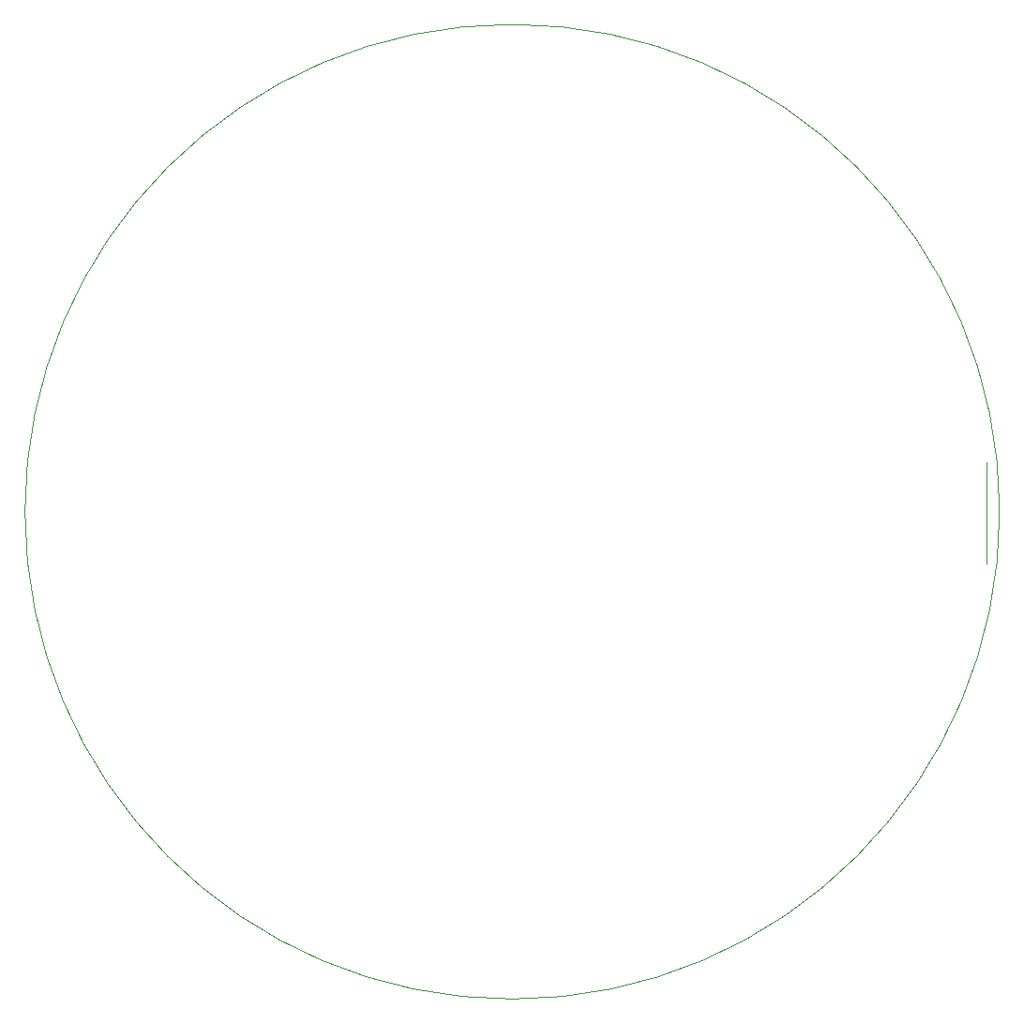
<source format=gm1>
G04*
G04 #@! TF.GenerationSoftware,Altium Limited,Altium Designer,21.7.2 (23)*
G04*
G04 Layer_Color=16711935*
%FSAX44Y44*%
%MOMM*%
G71*
G04*
G04 #@! TF.SameCoordinates,F2B12908-CB5E-45EB-B16A-3418207F8AD6*
G04*
G04*
G04 #@! TF.FilePolarity,Positive*
G04*
G01*
G75*
%ADD124C,0.1000*%
D124*
X00880000Y00438000D02*
G03*
X00880000Y00438000I-00440000J00000000D01*
G01*
X00867999Y00391000D02*
Y00482650D01*
M02*

</source>
